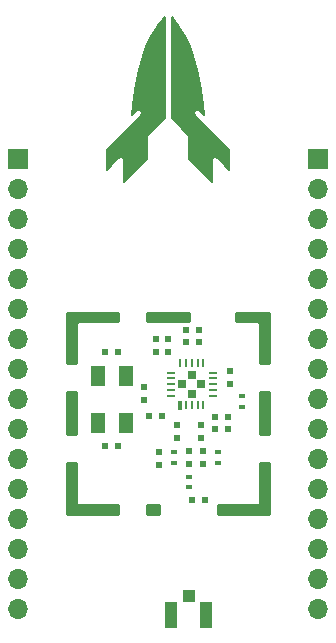
<source format=gts>
G04 #@! TF.FileFunction,Soldermask,Top*
%FSLAX46Y46*%
G04 Gerber Fmt 4.6, Leading zero omitted, Abs format (unit mm)*
G04 Created by KiCad (PCBNEW 4.0.7) date 07/20/18 18:28:50*
%MOMM*%
%LPD*%
G01*
G04 APERTURE LIST*
%ADD10C,0.100000*%
%ADD11R,0.600000X0.400000*%
%ADD12R,1.700000X1.700000*%
%ADD13O,1.700000X1.700000*%
%ADD14R,1.200000X1.800000*%
%ADD15R,0.500000X0.600000*%
%ADD16R,0.600000X0.500000*%
%ADD17R,1.050000X2.200000*%
%ADD18R,1.000000X1.000000*%
%ADD19R,0.760000X0.280000*%
%ADD20R,0.280000X0.760000*%
%ADD21R,0.800000X0.800000*%
%ADD22C,0.200000*%
%ADD23C,0.254000*%
G04 APERTURE END LIST*
D10*
D11*
X104250000Y-111250000D03*
X104250000Y-112150000D03*
D12*
X87300000Y-86450000D03*
D13*
X87300000Y-88990000D03*
X87300000Y-91530000D03*
X87300000Y-94070000D03*
X87300000Y-96610000D03*
X87300000Y-99150000D03*
X87300000Y-101690000D03*
X87300000Y-104230000D03*
X87300000Y-106770000D03*
X87300000Y-109310000D03*
X87300000Y-111850000D03*
X87300000Y-114390000D03*
X87300000Y-116930000D03*
X87300000Y-119470000D03*
X87300000Y-122010000D03*
X87300000Y-124550000D03*
D14*
X94050000Y-104750000D03*
X94050000Y-108750000D03*
X96450000Y-108750000D03*
X96450000Y-104750000D03*
D15*
X102750000Y-108950000D03*
X102750000Y-110050000D03*
X100750000Y-110050000D03*
X100750000Y-108950000D03*
D16*
X102600000Y-101900000D03*
X101500000Y-101900000D03*
X102600000Y-100900000D03*
X101500000Y-100900000D03*
X94700000Y-102750000D03*
X95800000Y-102750000D03*
X95800000Y-110750000D03*
X94700000Y-110750000D03*
D15*
X99250000Y-111250000D03*
X99250000Y-112350000D03*
D16*
X99500000Y-108200000D03*
X98400000Y-108200000D03*
D15*
X103000000Y-112250000D03*
X103000000Y-111150000D03*
X99000000Y-101650000D03*
X99000000Y-102750000D03*
X100000000Y-101650000D03*
X100000000Y-102750000D03*
X101750000Y-112250000D03*
X101750000Y-111150000D03*
D16*
X104000000Y-108250000D03*
X105100000Y-108250000D03*
D15*
X105250000Y-105500000D03*
X105250000Y-104400000D03*
D16*
X102000000Y-115250000D03*
X103100000Y-115250000D03*
D15*
X98000000Y-106800000D03*
X98000000Y-105700000D03*
D16*
X104000000Y-109250000D03*
X105100000Y-109250000D03*
D11*
X100500000Y-112150000D03*
X100500000Y-111250000D03*
X101750000Y-113300000D03*
X101750000Y-114200000D03*
D17*
X100275000Y-125000000D03*
X103225000Y-125000000D03*
D18*
X101750000Y-123400000D03*
D12*
X112700000Y-86450000D03*
D13*
X112700000Y-88990000D03*
X112700000Y-91530000D03*
X112700000Y-94070000D03*
X112700000Y-96610000D03*
X112700000Y-99150000D03*
X112700000Y-101690000D03*
X112700000Y-104230000D03*
X112700000Y-106770000D03*
X112700000Y-109310000D03*
X112700000Y-111850000D03*
X112700000Y-114390000D03*
X112700000Y-116930000D03*
X112700000Y-119470000D03*
X112700000Y-122010000D03*
X112700000Y-124550000D03*
D11*
X106250000Y-106500000D03*
X106250000Y-107400000D03*
D19*
X100220000Y-106500000D03*
X100220000Y-106000000D03*
X100220000Y-105500000D03*
X100220000Y-105000000D03*
X100220000Y-104500000D03*
D20*
X101000000Y-103720000D03*
X102500000Y-103720000D03*
X101500000Y-103720000D03*
X103000000Y-103720000D03*
D10*
G36*
X100860000Y-107660000D02*
X100860000Y-106900000D01*
X101140000Y-106900000D01*
X101140000Y-107660000D01*
X100860000Y-107660000D01*
X100860000Y-107660000D01*
G37*
D20*
X101500000Y-107280000D03*
X102000000Y-107280000D03*
X102500000Y-107280000D03*
X103000000Y-107280000D03*
D19*
X103780000Y-106500000D03*
X103780000Y-106000000D03*
X103780000Y-105500000D03*
X103780000Y-105000000D03*
X103780000Y-104500000D03*
D20*
X102000000Y-103720000D03*
D21*
X102000000Y-106300000D03*
X102000000Y-104700000D03*
X102800000Y-105500000D03*
X101200000Y-105500000D03*
D22*
G36*
X99700000Y-82928578D02*
X98269289Y-84359289D01*
X98256795Y-84374530D01*
X98236795Y-84404530D01*
X98225132Y-84428377D01*
X98215132Y-84458377D01*
X98212986Y-84465746D01*
X98202986Y-84505746D01*
X98200000Y-84530000D01*
X98200000Y-86428578D01*
X96300000Y-88328578D01*
X96300000Y-86540000D01*
X96298058Y-86520388D01*
X96288058Y-86470388D01*
X96279443Y-86445279D01*
X96249443Y-86385279D01*
X96230711Y-86359289D01*
X96200711Y-86329289D01*
X96185470Y-86316795D01*
X96155470Y-86296795D01*
X96144721Y-86290557D01*
X96104721Y-86270557D01*
X96076440Y-86261361D01*
X96016440Y-86251361D01*
X95983560Y-86251361D01*
X95923560Y-86261361D01*
X95895279Y-86270557D01*
X95855279Y-86290557D01*
X95844530Y-86296795D01*
X95814530Y-86316795D01*
X95799289Y-86329289D01*
X94800000Y-87328578D01*
X94800000Y-85671345D01*
X96695628Y-83770794D01*
X97710536Y-82760885D01*
X97729443Y-82734721D01*
X97789443Y-82614721D01*
X97799795Y-82576400D01*
X97797014Y-82545746D01*
X97767014Y-82425746D01*
X97740711Y-82379289D01*
X97670711Y-82309289D01*
X97624254Y-82282986D01*
X97504254Y-82252986D01*
X97464599Y-82251193D01*
X97432590Y-82261953D01*
X97302590Y-82331953D01*
X97279289Y-82349289D01*
X96921422Y-82707157D01*
X97048960Y-81814384D01*
X97298589Y-80096938D01*
X97547279Y-78843541D01*
X98033581Y-77146445D01*
X98507698Y-76198211D01*
X99243159Y-74975756D01*
X99700000Y-74361876D01*
X99700000Y-82928578D01*
X99700000Y-82928578D01*
G37*
X99700000Y-82928578D02*
X98269289Y-84359289D01*
X98256795Y-84374530D01*
X98236795Y-84404530D01*
X98225132Y-84428377D01*
X98215132Y-84458377D01*
X98212986Y-84465746D01*
X98202986Y-84505746D01*
X98200000Y-84530000D01*
X98200000Y-86428578D01*
X96300000Y-88328578D01*
X96300000Y-86540000D01*
X96298058Y-86520388D01*
X96288058Y-86470388D01*
X96279443Y-86445279D01*
X96249443Y-86385279D01*
X96230711Y-86359289D01*
X96200711Y-86329289D01*
X96185470Y-86316795D01*
X96155470Y-86296795D01*
X96144721Y-86290557D01*
X96104721Y-86270557D01*
X96076440Y-86261361D01*
X96016440Y-86251361D01*
X95983560Y-86251361D01*
X95923560Y-86261361D01*
X95895279Y-86270557D01*
X95855279Y-86290557D01*
X95844530Y-86296795D01*
X95814530Y-86316795D01*
X95799289Y-86329289D01*
X94800000Y-87328578D01*
X94800000Y-85671345D01*
X96695628Y-83770794D01*
X97710536Y-82760885D01*
X97729443Y-82734721D01*
X97789443Y-82614721D01*
X97799795Y-82576400D01*
X97797014Y-82545746D01*
X97767014Y-82425746D01*
X97740711Y-82379289D01*
X97670711Y-82309289D01*
X97624254Y-82282986D01*
X97504254Y-82252986D01*
X97464599Y-82251193D01*
X97432590Y-82261953D01*
X97302590Y-82331953D01*
X97279289Y-82349289D01*
X96921422Y-82707157D01*
X97048960Y-81814384D01*
X97298589Y-80096938D01*
X97547279Y-78843541D01*
X98033581Y-77146445D01*
X98507698Y-76198211D01*
X99243159Y-74975756D01*
X99700000Y-74361876D01*
X99700000Y-82928578D01*
G36*
X100756841Y-74975756D02*
X101492302Y-76198211D01*
X101966419Y-77146445D01*
X102452721Y-78843541D01*
X102701411Y-80096938D01*
X102951005Y-81814142D01*
X103078579Y-82707157D01*
X102720711Y-82349289D01*
X102697410Y-82331953D01*
X102567410Y-82261953D01*
X102529419Y-82250445D01*
X102495746Y-82252986D01*
X102375746Y-82282986D01*
X102329289Y-82309289D01*
X102259289Y-82379289D01*
X102232986Y-82425746D01*
X102202986Y-82545746D01*
X102201193Y-82585401D01*
X102210557Y-82614721D01*
X102270557Y-82734721D01*
X102289289Y-82760711D01*
X105200000Y-85671422D01*
X105200000Y-87328578D01*
X104200711Y-86329289D01*
X104185470Y-86316795D01*
X104155470Y-86296795D01*
X104144721Y-86290557D01*
X104104721Y-86270557D01*
X104076440Y-86261361D01*
X104016440Y-86251361D01*
X103983560Y-86251361D01*
X103923560Y-86261361D01*
X103895279Y-86270557D01*
X103855279Y-86290557D01*
X103844530Y-86296795D01*
X103814530Y-86316795D01*
X103799289Y-86329289D01*
X103769289Y-86359289D01*
X103750557Y-86385279D01*
X103720557Y-86445279D01*
X103711942Y-86470388D01*
X103701942Y-86520388D01*
X103700000Y-86540000D01*
X103700000Y-88328578D01*
X101800000Y-86428578D01*
X101800000Y-84530000D01*
X101797014Y-84505746D01*
X101787014Y-84465746D01*
X101784868Y-84458377D01*
X101774868Y-84428377D01*
X101763205Y-84404530D01*
X101743205Y-84374530D01*
X101730711Y-84359289D01*
X100300000Y-82928578D01*
X100300000Y-74361876D01*
X100756841Y-74975756D01*
X100756841Y-74975756D01*
G37*
X100756841Y-74975756D02*
X101492302Y-76198211D01*
X101966419Y-77146445D01*
X102452721Y-78843541D01*
X102701411Y-80096938D01*
X102951005Y-81814142D01*
X103078579Y-82707157D01*
X102720711Y-82349289D01*
X102697410Y-82331953D01*
X102567410Y-82261953D01*
X102529419Y-82250445D01*
X102495746Y-82252986D01*
X102375746Y-82282986D01*
X102329289Y-82309289D01*
X102259289Y-82379289D01*
X102232986Y-82425746D01*
X102202986Y-82545746D01*
X102201193Y-82585401D01*
X102210557Y-82614721D01*
X102270557Y-82734721D01*
X102289289Y-82760711D01*
X105200000Y-85671422D01*
X105200000Y-87328578D01*
X104200711Y-86329289D01*
X104185470Y-86316795D01*
X104155470Y-86296795D01*
X104144721Y-86290557D01*
X104104721Y-86270557D01*
X104076440Y-86261361D01*
X104016440Y-86251361D01*
X103983560Y-86251361D01*
X103923560Y-86261361D01*
X103895279Y-86270557D01*
X103855279Y-86290557D01*
X103844530Y-86296795D01*
X103814530Y-86316795D01*
X103799289Y-86329289D01*
X103769289Y-86359289D01*
X103750557Y-86385279D01*
X103720557Y-86445279D01*
X103711942Y-86470388D01*
X103701942Y-86520388D01*
X103700000Y-86540000D01*
X103700000Y-88328578D01*
X101800000Y-86428578D01*
X101800000Y-84530000D01*
X101797014Y-84505746D01*
X101787014Y-84465746D01*
X101784868Y-84458377D01*
X101774868Y-84428377D01*
X101763205Y-84404530D01*
X101743205Y-84374530D01*
X101730711Y-84359289D01*
X100300000Y-82928578D01*
X100300000Y-74361876D01*
X100756841Y-74975756D01*
D23*
G36*
X108523000Y-103723000D02*
X107777000Y-103723000D01*
X107777000Y-100300000D01*
X107766994Y-100250590D01*
X107738553Y-100208965D01*
X107696159Y-100181685D01*
X107650000Y-100173000D01*
X105727000Y-100173000D01*
X105727000Y-99427000D01*
X108523000Y-99427000D01*
X108523000Y-103723000D01*
X108523000Y-103723000D01*
G37*
X108523000Y-103723000D02*
X107777000Y-103723000D01*
X107777000Y-100300000D01*
X107766994Y-100250590D01*
X107738553Y-100208965D01*
X107696159Y-100181685D01*
X107650000Y-100173000D01*
X105727000Y-100173000D01*
X105727000Y-99427000D01*
X108523000Y-99427000D01*
X108523000Y-103723000D01*
G36*
X92223000Y-109723000D02*
X91477000Y-109723000D01*
X91477000Y-106177000D01*
X92223000Y-106177000D01*
X92223000Y-109723000D01*
X92223000Y-109723000D01*
G37*
X92223000Y-109723000D02*
X91477000Y-109723000D01*
X91477000Y-106177000D01*
X92223000Y-106177000D01*
X92223000Y-109723000D01*
G36*
X101773000Y-100173000D02*
X98227000Y-100173000D01*
X98227000Y-99427000D01*
X101773000Y-99427000D01*
X101773000Y-100173000D01*
X101773000Y-100173000D01*
G37*
X101773000Y-100173000D02*
X98227000Y-100173000D01*
X98227000Y-99427000D01*
X101773000Y-99427000D01*
X101773000Y-100173000D01*
G36*
X99273000Y-116473000D02*
X98227000Y-116473000D01*
X98227000Y-115727000D01*
X99273000Y-115727000D01*
X99273000Y-116473000D01*
X99273000Y-116473000D01*
G37*
X99273000Y-116473000D02*
X98227000Y-116473000D01*
X98227000Y-115727000D01*
X99273000Y-115727000D01*
X99273000Y-116473000D01*
G36*
X108523000Y-109723000D02*
X107777000Y-109723000D01*
X107777000Y-106177000D01*
X108523000Y-106177000D01*
X108523000Y-109723000D01*
X108523000Y-109723000D01*
G37*
X108523000Y-109723000D02*
X107777000Y-109723000D01*
X107777000Y-106177000D01*
X108523000Y-106177000D01*
X108523000Y-109723000D01*
G36*
X92223000Y-115600000D02*
X92233006Y-115649410D01*
X92261447Y-115691035D01*
X92303841Y-115718315D01*
X92350000Y-115727000D01*
X95773000Y-115727000D01*
X95773000Y-116473000D01*
X91477000Y-116473000D01*
X91477000Y-112177000D01*
X92223000Y-112177000D01*
X92223000Y-115600000D01*
X92223000Y-115600000D01*
G37*
X92223000Y-115600000D02*
X92233006Y-115649410D01*
X92261447Y-115691035D01*
X92303841Y-115718315D01*
X92350000Y-115727000D01*
X95773000Y-115727000D01*
X95773000Y-116473000D01*
X91477000Y-116473000D01*
X91477000Y-112177000D01*
X92223000Y-112177000D01*
X92223000Y-115600000D01*
G36*
X108523000Y-116473000D02*
X104227000Y-116473000D01*
X104227000Y-115727000D01*
X107650000Y-115727000D01*
X107699410Y-115716994D01*
X107741035Y-115688553D01*
X107768315Y-115646159D01*
X107777000Y-115600000D01*
X107777000Y-112177000D01*
X108523000Y-112177000D01*
X108523000Y-116473000D01*
X108523000Y-116473000D01*
G37*
X108523000Y-116473000D02*
X104227000Y-116473000D01*
X104227000Y-115727000D01*
X107650000Y-115727000D01*
X107699410Y-115716994D01*
X107741035Y-115688553D01*
X107768315Y-115646159D01*
X107777000Y-115600000D01*
X107777000Y-112177000D01*
X108523000Y-112177000D01*
X108523000Y-116473000D01*
G36*
X95773000Y-100173000D02*
X92350000Y-100173000D01*
X92300590Y-100183006D01*
X92258965Y-100211447D01*
X92231685Y-100253841D01*
X92223000Y-100300000D01*
X92223000Y-103723000D01*
X91477000Y-103723000D01*
X91477000Y-99427000D01*
X95773000Y-99427000D01*
X95773000Y-100173000D01*
X95773000Y-100173000D01*
G37*
X95773000Y-100173000D02*
X92350000Y-100173000D01*
X92300590Y-100183006D01*
X92258965Y-100211447D01*
X92231685Y-100253841D01*
X92223000Y-100300000D01*
X92223000Y-103723000D01*
X91477000Y-103723000D01*
X91477000Y-99427000D01*
X95773000Y-99427000D01*
X95773000Y-100173000D01*
M02*

</source>
